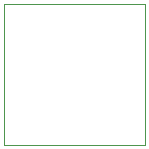
<source format=gm1>
G04 #@! TF.FileFunction,Profile,NP*
%FSLAX46Y46*%
G04 Gerber Fmt 4.6, Leading zero omitted, Abs format (unit mm)*
G04 Created by KiCad (PCBNEW 4.0.4-stable) date Monday 13 March 2017 'à' 21:28:55*
%MOMM*%
%LPD*%
G01*
G04 APERTURE LIST*
%ADD10C,0.100000*%
G04 APERTURE END LIST*
D10*
X65900000Y-46000000D02*
X54000000Y-46000000D01*
X65900000Y-34100000D02*
X54000000Y-34100000D01*
X65900000Y-46000000D02*
X65900000Y-34100000D01*
X54000000Y-46000000D02*
X54000000Y-34100000D01*
M02*

</source>
